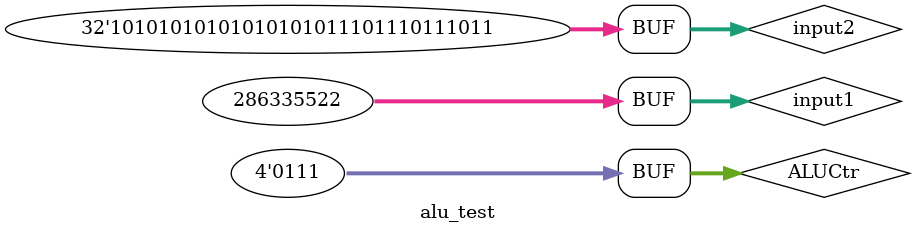
<source format=v>
`timescale 1ns / 1ps


module alu_test;

	// Inputs
	reg [31:0] input1;
	reg [31:0] input2;
	reg [3:0] ALUCtr;

	// Outputs
	wire [31:0] ALURes;
	wire zero;

	// Instantiate the Unit Under Test (UUT)
	ALU uut (
		.input1(input1), 
		.input2(input2), 
		.ALUCtr(ALUCtr), 
		.ALURes(ALURes), 
		.zero(zero)
	);

	initial begin
		// Initialize Inputs
		input1 = 0;
		input2 = 0;
		ALUCtr = 0;

		// Wait 100 ns for global reset to finish
		#100;
        
		// Add stimulus here
		input1 = 32'haaaabbbb; 
		input2 = 32'h11112222; #50;
		ALUCtr = 4'b0000; #50;  //and=00002222
		ALUCtr = 4'b0001; #50;	//or=bbbbbbbb
		ALUCtr = 4'b0010; #50;	//add=bbbbdddd
		ALUCtr = 4'b0110; #50;	//sub=99999999
		ALUCtr = 4'b0111; #50;	//slt=99999999(un)
		
		input1 = 32'haaaabbbb; 
		input2 = 32'haaaabbbb; 
		ALUCtr = 4'b0110; #50;	//0
		
		input1 = 32'h11112222; 
		input2 = 32'haaaabbbb; 	//slt=1
		ALUCtr = 4'b0111;	
		
		end
endmodule


</source>
